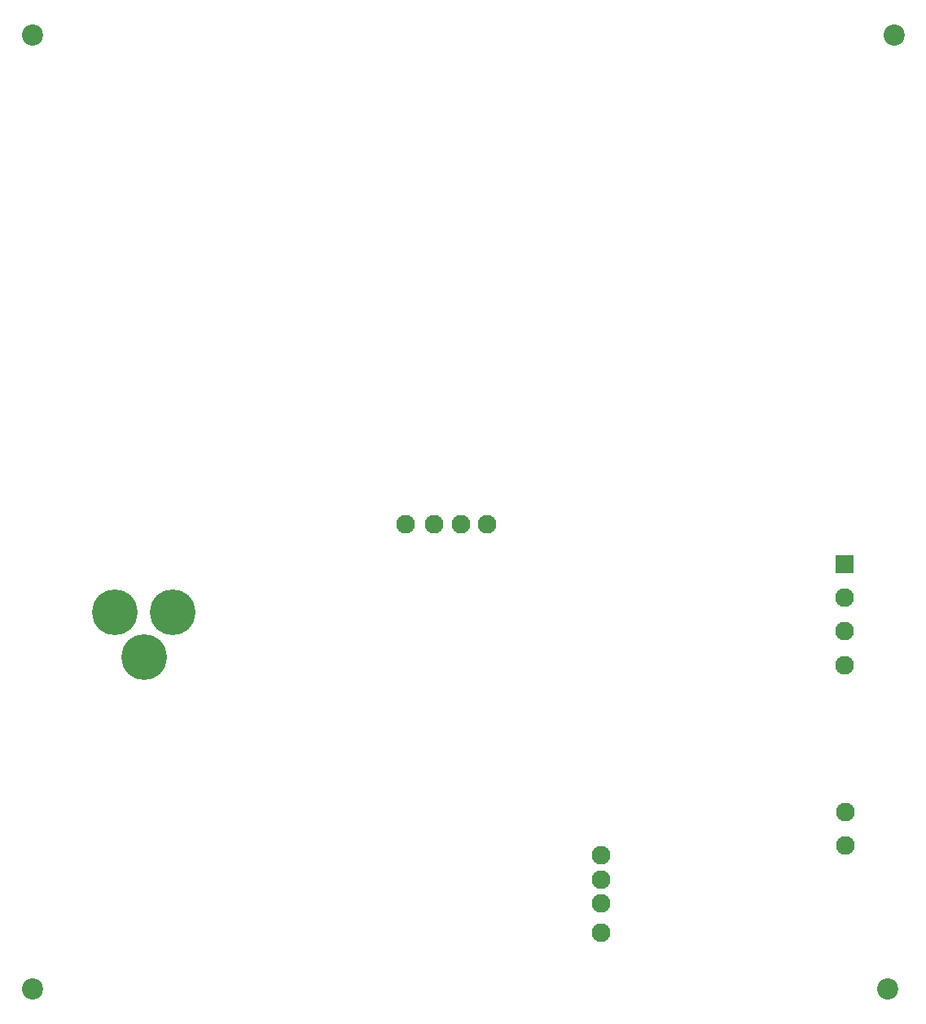
<source format=gbr>
%TF.GenerationSoftware,KiCad,Pcbnew,8.0.2-1*%
%TF.CreationDate,2024-07-11T16:18:04-04:00*%
%TF.ProjectId,stairs light strip,73746169-7273-4206-9c69-676874207374,rev?*%
%TF.SameCoordinates,Original*%
%TF.FileFunction,Soldermask,Top*%
%TF.FilePolarity,Negative*%
%FSLAX46Y46*%
G04 Gerber Fmt 4.6, Leading zero omitted, Abs format (unit mm)*
G04 Created by KiCad (PCBNEW 8.0.2-1) date 2024-07-11 16:18:04*
%MOMM*%
%LPD*%
G01*
G04 APERTURE LIST*
%ADD10C,1.950000*%
%ADD11C,2.200000*%
%ADD12R,1.950000X1.950000*%
%ADD13C,4.743000*%
G04 APERTURE END LIST*
D10*
%TO.C,pir-motion-sensor1*%
X195133398Y-91440000D03*
X198133398Y-91440000D03*
X200883398Y-91440000D03*
X203633398Y-91440000D03*
%TD*%
D11*
%TO.C,MH4*%
X156398398Y-40640000D03*
%TD*%
D12*
%TO.C,pir terminal block*%
X240803398Y-95540000D03*
D10*
X240803398Y-99040000D03*
X240803398Y-102540000D03*
X240803398Y-106040000D03*
%TD*%
D11*
%TO.C,MH2*%
X245298398Y-139700000D03*
%TD*%
D13*
%TO.C,barrel jack*%
X170952398Y-100544000D03*
X164952398Y-100544000D03*
X167952398Y-105244000D03*
%TD*%
D11*
%TO.C,MH1*%
X245933398Y-40640000D03*
%TD*%
D10*
%TO.C,pwm-dimmer1*%
X215453398Y-133810000D03*
X215453398Y-130810000D03*
X215453398Y-128310000D03*
X215453398Y-125810000D03*
%TD*%
%TO.C,light strip terminal block*%
X240853398Y-121285000D03*
X240853398Y-124785000D03*
%TD*%
D11*
%TO.C,MH3*%
X156398398Y-139700000D03*
%TD*%
M02*

</source>
